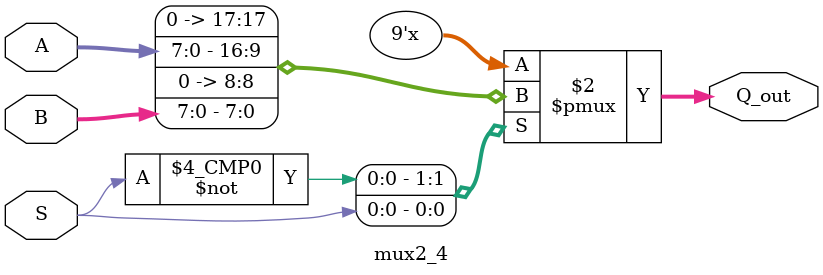
<source format=sv>
module mult(
    input logic [7:0] A, SW,
    input logic Shift_En, Add_En, Sub_En, clk,
    output logic [7:0] newA,
    output logic X_in,
    input logic Reset, Ld_X
);
logic X_out;
logic [7:0] C, c1, c2;
logic cin;
always_comb
begin
   c1 = SW;
   c2 = ~SW;
end
always_ff @ (posedge clk)
begin
    if (Reset) begin
        X_in <= 1'b0;
    end
    if (Ld_X)
        X_in <= X_out;
end



adder Add1(.A({A[7], A[7:0]}), .B({C[7], C[7:0]}), .cin(cin), .S(newA), .X_out(X_out));
mux2_4 mux1(.S(Add_En), .A({c1, 1'b0}), .B({c2, 1'b1}), .Q_out({C, cin}));
endmodule

module adder(
    input  logic [8:0] A, B,
	input  logic        cin,
	output logic [7:0] S,
	output logic      X_out, cout
);
    logic c1, c2, c3, c4, c5, c6, c7, c8;
    full_adder FA0 (.x (A[0]), .y (B[0]), .z (cin), .s (S[0]), .c (c1));
    full_adder FA1 (.x (A[1]), .y (B[1]), .z (c1), .s (S[1]), .c (c2));
    full_adder FA2 (.x (A[2]), .y (B[2]), .z (c2), .s (S[2]), .c (c3));
    full_adder FA3 (.x (A[3]), .y (B[3]), .z (c3), .s (S[3]), .c (c4));
    full_adder FA4 (.x (A[4]), .y (B[4]), .z (c4), .s (S[4]), .c (c5));
    full_adder FA5 (.x (A[5]), .y (B[5]), .z (c5), .s (S[5]), .c (c6));
    full_adder FA6 (.x (A[6]), .y (B[6]), .z (c6), .s (S[6]), .c (c7));
    full_adder FA7 (.x (A[7]), .y (B[7]), .z (c7), .s (S[7]), .c (c8));
    full_adder FA8 (.x (A[8]), .y (B[8]), .z (c8), .s (X_out), .c (cout));
endmodule




module full_adder (input x, y, z,
 output logic s, c);
assign s = x^y^z;
assign c = (x&y)|(y&z)|(x&z);
endmodule

module mux2_4 (
	input S,
	input [7:0] A, B,
	output logic [8:0] Q_out
);
	always_comb
		begin
				unique case(S)
						1'b0	:	Q_out <= A;
						1'b1	:	Q_out <= B;
				endcase
		end


	
endmodule

</source>
